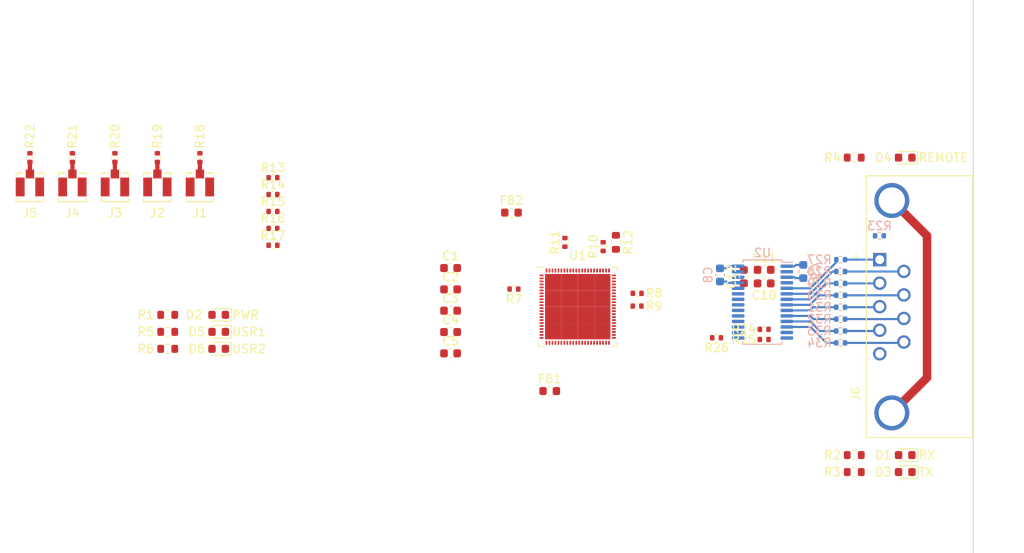
<source format=kicad_pcb>
(kicad_pcb (version 20240108) (generator "pcbnew") (generator_version "8.0")
  (layers (0 "F.Cu" signal) (31 "B.Cu" signal) (34 "B.Paste" user) (35 "F.Paste" user) (36 "B.SilkS" user "B.Silkscreen") (37 "F.SilkS" user "F.Silkscreen") (38 "B.Mask" user) (39 "F.Mask" user) (44 "Edge.Cuts" user))
  (net 0 "")
  (net 1 "+VCORE")
  (net 2 "GND")
  (net 3 "Net-(D1-A)")
  (net 4 "Net-(D2-A)")
  (net 5 "Net-(D3-A)")
  (net 6 "Net-(D4-A)")
  (net 7 "Net-(D5-A)")
  (net 8 "Net-(D6-A)")
  (net 15 "Net-(U1-VDD18A_AUD)")
  (net 16 "+1V8")
  (net 17 "Net-(U1-VDDIO_SD1)")
  (net 18 "+3V3")
  (net 19 "Net-(U1-VDD18A_USB_PHY_ETH)")
  (net 20 "Net-(U1-VDD18A_MIPI)")
  (net 21 "Net-(FB1-Pad1)")
  (net 23 "+1V35")
  (net 31 "Net-(FB2-Pad1)")
  (net 46 "+3V3_SW")
  (net 48 "Net-(U1-GPIO_RTX__EPHY_RTX)")
  (net 49 "Net-(U1-VDDIO_RTC)")
  (net 50 "Net-(U1-GPIO_ZQ__PAD_ZQ)")
  (net 51 "Net-(U1-PTEST)")
  (net 52 "Net-(U1-VDDIO_SD0_EMMC)")
  (net 53 "Net-(U1-PWR_RSTN)")
  (net 54 "Net-(U1-PAD_AUD_AVREF)")
  (net 59 "Net-(U1-VDDC_RTC)")
  (net 80 "Net-(J1-In)")
  (net 99 "Net-(J2-In)")
  (net 100 "Net-(J3-In)")
  (net 101 "Net-(J4-In)")
  (net 102 "Net-(J5-In)")
  (net 103 "Net-(U2-C1-)")
  (net 104 "Net-(U2-C1+)")
  (net 105 "Net-(U2-C2-)")
  (net 106 "Net-(U2-C2+)")
  (net 107 "Net-(U2-V-)")
  (net 108 "Net-(U2-V+)")
  (net 109 "Net-(J6-PAD)")
  (net 110 "/Serial/DE9_DCD")
  (net 111 "/Serial/DE9_RXD")
  (net 112 "/Serial/DE9_TXD")
  (net 113 "/Serial/DE9_DTR")
  (net 114 "/Serial/DE9_DSR")
  (net 115 "/Serial/DE9_RTS")
  (net 116 "/Serial/DE9_CTS")
  (net 117 "/Serial/DE9_RI")
  (net 118 "Net-(U2-N_EN)")
  (net 119 "Net-(U2-N_SHDN)")
  (net 120 "Net-(U2-MBAUD)")
  (net 121 "Net-(U2-DOUT1)")
  (net 122 "Net-(U2-DOUT2)")
  (net 123 "Net-(U2-DOUT3)")
  (net 124 "Net-(U2-RIN1)")
  (net 125 "Net-(U2-RIN2)")
  (net 126 "Net-(U2-DOUT4)")
  (net 127 "Net-(U2-RIN3)")
  (net 128 "Net-(U2-DOUT5)")
  (footprint "Resistor_SMD:R_0402_1005Metric" (layer "F.Cu") (at 79 69.5 -90)
    (property "Reference" "R20" (at -2.5 0 90) (layer "F.SilkS"))
    (property "Value" "0")
    (pad "1" smd roundrect (at -0.51 0 270) (size 0.54 0.64) (layers "F.Cu" "F.Paste" "F.Mask") (net 16 "+1V8"))
    (pad "2" smd roundrect (at 0.51 0 270) (size 0.54 0.64) (layers "F.Cu" "F.Paste" "F.Mask") (net 100 "Net-(J3-In)"))
  )
  (footprint "Resistor_SMD:R_0603_1608Metric" (layer "F.Cu") (at 166 69.5)
    (property "Reference" "R4" (at -1.5 0 0) (layer "F.SilkS") (effects (justify right)))
    (property "Value" "330")
    (pad "1" smd roundrect (at -0.825 0) (size 0.8 0.95) (layers "F.Cu" "F.Paste" "F.Mask"))
    (pad "2" smd roundrect (at 0.825 0) (size 0.8 0.95) (layers "F.Cu" "F.Paste" "F.Mask") (net 6 "Net-(D4-A)"))
  )
  (footprint "Capacitor_SMD:C_0603_1608Metric" (layer "F.Cu") (at 153 83.5 90)
    (property "Reference" "C12" (at 0 -1.43 90) (layer "F.SilkS"))
    (property "Value" "100n")
    (pad "1" smd roundrect (at -0.775 0 90) (size 0.9 0.95) (layers "F.Cu" "F.Paste" "F.Mask") (net 46 "+3V3_SW"))
    (pad "2" smd roundrect (at 0.775 0 90) (size 0.9 0.95) (layers "F.Cu" "F.Paste" "F.Mask") (net 2 "GND"))
  )
  (footprint "Footprints:TE_CONN_2337019-1" (layer "F.Cu") (at 79 73)
    (property "Reference" "J3" (at 0 3 0) (layer "F.SilkS"))
    (property "Value" "1v8")
    (pad "1" smd rect (at 0 -1.5744) (size 0.9906 1.0414) (layers "F.Cu" "F.Paste" "F.Mask") (net 100 "Net-(J3-In)"))
    (pad "2" smd rect (at -1.147501 -0.049399) (size 1.0414 2.2098) (layers "F.Cu" "F.Paste" "F.Mask") (net 2 "GND"))
    (pad "3" smd rect (at 1.147501 -0.049399) (size 1.0414 2.2098) (layers "F.Cu" "F.Paste" "F.Mask"))
  )
  (footprint "Resistor_SMD:R_0402_1005Metric" (layer "F.Cu") (at 74 69.5 -90)
    (property "Reference" "R21" (at -2.5 0 90) (layer "F.SilkS"))
    (property "Value" "0")
    (pad "1" smd roundrect (at -0.51 0 270) (size 0.54 0.64) (layers "F.Cu" "F.Paste" "F.Mask") (net 23 "+1V35"))
    (pad "2" smd roundrect (at 0.51 0 270) (size 0.54 0.64) (layers "F.Cu" "F.Paste" "F.Mask") (net 101 "Net-(J4-In)"))
  )
  (footprint "Capacitor_SMD:C_0603_1608Metric" (layer "F.Cu") (at 155.4 84.3)
    (property "Reference" "C10" (at 0 1.4 0) (layer "F.SilkS"))
    (property "Value" "1u")
    (pad "1" smd roundrect (at -0.775 0) (size 0.9 0.95) (layers "F.Cu" "F.Paste" "F.Mask") (net 2 "GND"))
    (pad "2" smd roundrect (at 0.775 0) (size 0.9 0.95) (layers "F.Cu" "F.Paste" "F.Mask") (net 107 "Net-(U2-V-)"))
  )
  (footprint "Capacitor_SMD:C_0603_1608Metric" (layer "F.Cu") (at 155.4 82.7)
    (property "Reference" "C11" (at 0 -1.43 0) (layer "F.SilkS"))
    (property "Value" "1u")
    (pad "1" smd roundrect (at -0.775 0) (size 0.9 0.95) (layers "F.Cu" "F.Paste" "F.Mask") (net 2 "GND"))
    (pad "2" smd roundrect (at 0.775 0) (size 0.9 0.95) (layers "F.Cu" "F.Paste" "F.Mask") (net 108 "Net-(U2-V+)"))
  )
  (footprint "Footprints:TE_CONN_2337019-1" (layer "F.Cu") (at 84 73)
    (property "Reference" "J2" (at 0 3 0) (layer "F.SilkS"))
    (property "Value" "3v3_SW")
    (pad "1" smd rect (at 0 -1.5744) (size 0.9906 1.0414) (layers "F.Cu" "F.Paste" "F.Mask") (net 99 "Net-(J2-In)"))
    (pad "2" smd rect (at -1.147501 -0.049399) (size 1.0414 2.2098) (layers "F.Cu" "F.Paste" "F.Mask") (net 2 "GND"))
    (pad "3" smd rect (at 1.147501 -0.049399) (size 1.0414 2.2098) (layers "F.Cu" "F.Paste" "F.Mask"))
  )
  (footprint "Resistor_SMD:R_0402_1005Metric" (layer "F.Cu") (at 97.598899 79.813995)
    (property "Reference" "R17" (at 0 -1.17 0) (layer "F.SilkS"))
    (property "Value" "0")
    (pad "1" smd roundrect (at -0.51 0) (size 0.54 0.64) (layers "F.Cu" "F.Paste" "F.Mask") (net 53 "Net-(U1-PWR_RSTN)"))
    (pad "2" smd roundrect (at 0.51 0) (size 0.54 0.64) (layers "F.Cu" "F.Paste" "F.Mask") (net 16 "+1V8"))
  )
  (footprint "Footprints:TE_CONN_2337019-1" (layer "F.Cu") (at 89 73)
    (property "Reference" "J1" (at 0 3 0) (layer "F.SilkS"))
    (property "Value" "3v3")
    (pad "1" smd rect (at 0 -1.5744) (size 0.9906 1.0414) (layers "F.Cu" "F.Paste" "F.Mask") (net 80 "Net-(J1-In)"))
    (pad "2" smd rect (at -1.147501 -0.049399) (size 1.0414 2.2098) (layers "F.Cu" "F.Paste" "F.Mask") (net 2 "GND"))
    (pad "3" smd rect (at 1.147501 -0.049399) (size 1.0414 2.2098) (layers "F.Cu" "F.Paste" "F.Mask"))
  )
  (footprint "Footprints:SG2002_QFN-88" (layer "F.Cu") (at 133.4625 87.0375)
    (property "Reference" "U1" (at 0 -6 0) (layer "F.SilkS"))
    (property "Value" "SG2002")
    (pad "1" smd oval (at -4.25 -3.675 90) (size 0.21 0.5) (layers "F.Cu" "F.Paste" "F.Mask") (net 2 "GND"))
    (pad "2" smd oval (at -4.25 -3.325 90) (size 0.21 0.5) (layers "F.Cu" "F.Paste" "F.Mask"))
    (pad "3" smd oval (at -4.25 -2.975 90) (size 0.21 0.5) (layers "F.Cu" "F.Paste" "F.Mask") (net 54 "Net-(U1-PAD_AUD_AVREF)"))
    (pad "4" smd oval (at -4.25 -2.625 90) (size 0.21 0.5) (layers "F.Cu" "F.Paste" "F.Mask"))
    (pad "5" smd oval (at -4.25 -2.275 90) (size 0.21 0.5) (layers "F.Cu" "F.Paste" "F.Mask") (net 15 "Net-(U1-VDD18A_AUD)"))
    (pad "6" smd oval (at -4.25 -1.925 90) (size 0.21 0.5) (layers "F.Cu" "F.Paste" "F.Mask"))
    (pad "7" smd oval (at -4.25 -1.575 90) (size 0.21 0.5) (layers "F.Cu" "F.Paste" "F.Mask"))
    (pad "8" smd oval (at -4.25 -1.225 90) (size 0.21 0.5) (layers "F.Cu" "F.Paste" "F.Mask"))
    (pad "9" smd oval (at -4.25 -0.875 90) (size 0.21 0.5) (layers "F.Cu" "F.Paste" "F.Mask") (net 31 "Net-(FB2-Pad1)"))
    (pad "10" smd oval (at -4.25 -0.525 90) (size 0.21 0.5) (layers "F.Cu" "F.Paste" "F.Mask"))
    (pad "11" smd oval (at -4.25 -0.175 90) (size 0.21 0.5) (layers "F.Cu" "F.Paste" "F.Mask"))
    (pad "12" smd oval (at -4.25 0.175 90) (size 0.21 0.5) (layers "F.Cu" "F.Paste" "F.Mask"))
    (pad "13" smd oval (at -4.25 0.525 90) (size 0.21 0.5) (layers "F.Cu" "F.Paste" "F.Mask") (net 52 "Net-(U1-VDDIO_SD0_EMMC)"))
    (pad "14" smd oval (at -4.25 0.875 90) (size 0.21 0.5) (layers "F.Cu" "F.Paste" "F.Mask"))
    (pad "15" smd oval (at -4.25 1.225 90) (size 0.21 0.5) (layers "F.Cu" "F.Paste" "F.Mask"))
    (pad "16" smd oval (at -4.25 1.575 90) (size 0.21 0.5) (layers "F.Cu" "F.Paste" "F.Mask") (net 31 "Net-(FB2-Pad1)"))
    (pad "17" smd oval (at -4.25 1.925 90) (size 0.21 0.5) (layers "F.Cu" "F.Paste" "F.Mask"))
    (pad "18" smd oval (at -4.25 2.275 90) (size 0.21 0.5) (layers "F.Cu" "F.Paste" "F.Mask"))
    (pad "19" smd oval (at -4.25 2.625 90) (size 0.21 0.5) (layers "F.Cu" "F.Paste" "F.Mask"))
    (pad "20" smd oval (at -4.25 2.975 90) (size 0.21 0.5) (layers "F.Cu" "F.Paste" "F.Mask"))
    (pad "21" smd oval (at -4.25 3.325 90) (size 0.21 0.5) (layers "F.Cu" "F.Paste" "F.Mask"))
    (pad "22" smd oval (at -4.25 3.675 90) (size 0.21 0.5) (layers "F.Cu" "F.Paste" "F.Mask"))
    (pad "23" smd oval (at -3.675 4.25) (size 0.21 0.5) (layers "F.Cu" "F.Paste" "F.Mask"))
    (pad "24" smd oval (at -3.325 4.25) (size 0.21 0.5) (layers "F.Cu" "F.Paste" "F.Mask"))
    (pad "25" smd oval (at -2.975 4.25) (size 0.21 0.5) (layers "F.Cu" "F.Paste" "F.Mask"))
    (pad "26" smd oval (at -2.625 4.25) (size 0.21 0.5) (layers "F.Cu" "F.Paste" "F.Mask"))
    (pad "27" smd oval (at -2.275 4.25) (size 0.21 0.5) (layers "F.Cu" "F.Paste" "F.Mask"))
    (pad "28" smd oval (at -1.925 4.25) (size 0.21 0.5) (layers "F.Cu" "F.Paste" "F.Mask"))
    (pad "29" smd oval (at -1.575 4.25) (size 0.21 0.5) (layers "F.Cu" "F.Paste" "F.Mask"))
    (pad "30" smd oval (at -1.225 4.25) (size 0.21 0.5) (layers "F.Cu" "F.Paste" "F.Mask"))
    (pad "31" smd oval (at -0.875 4.25) (size 0.21 0.5) (layers "F.Cu" "F.Paste" "F.Mask") (net 21 "Net-(FB1-Pad1)"))
    (pad "32" smd oval (at -0.525 4.25) (size 0.21 0.5) (layers "F.Cu" "F.Paste" "F.Mask") (net 21 "Net-(FB1-Pad1)"))
    (pad "33" smd oval (at -0.175 4.25) (size 0.21 0.5) (layers "F.Cu" "F.Paste" "F.Mask") (net 21 "Net-(FB1-Pad1)"))
    (pad "34" smd oval (at 0.175 4.25) (size 0.21 0.5) (layers "F.Cu" "F.Paste" "F.Mask") (net 21 "Net-(FB1-Pad1)"))
    (pad "35" smd oval (at 0.525 4.25) (size 0.21 0.5) (layers "F.Cu" "F.Paste" "F.Mask") (net 50 "Net-(U1-GPIO_ZQ__PAD_ZQ)"))
    (pad "36" smd oval (at 0.875 4.25) (size 0.21 0.5) (layers "F.Cu" "F.Paste" "F.Mask") (net 49 "Net-(U1-VDDIO_RTC)"))
    (pad "37" smd oval (at 1.225 4.25) (size 0.21 0.5) (layers "F.Cu" "F.Paste" "F.Mask") (net 59 "Net-(U1-VDDC_RTC)"))
    (pad "38" smd oval (at 1.575 4.25) (size 0.21 0.5) (layers "F.Cu" "F.Paste" "F.Mask"))
    (pad "39" smd oval (at 1.925 4.25) (size 0.21 0.5) (layers "F.Cu" "F.Paste" "F.Mask") (net 53 "Net-(U1-PWR_RSTN)"))
    (pad "40" smd oval (at 2.275 4.25) (size 0.21 0.5) (layers "F.Cu" "F.Paste" "F.Mask"))
    (pad "41" smd oval (at 2.625 4.25) (size 0.21 0.5) (layers "F.Cu" "F.Paste" "F.Mask"))
    (pad "42" smd oval (at 2.975 4.25) (size 0.21 0.5) (layers "F.Cu" "F.Paste" "F.Mask") (net 51 "Net-(U1-PTEST)"))
    (pad "43" smd oval (at 3.325 4.25) (size 0.21 0.5) (layers "F.Cu" "F.Paste" "F.Mask"))
    (pad "44" smd oval (at 3.675 4.25) (size 0.21 0.5) (layers "F.Cu" "F.Paste" "F.Mask"))
    (pad "45" smd oval (at 4.25 3.675 90) (size 0.21 0.5) (layers "F.Cu" "F.Paste" "F.Mask"))
    (pad "46" smd oval (at 4.25 3.325 90) (size 0.21 0.5) (layers "F.Cu" "F.Paste" "F.Mask"))
    (pad "47" smd oval (at 4.25 2.975 90) (size 0.21 0.5) (layers "F.Cu" "F.Paste" "F.Mask"))
    (pad "48" smd oval (at 4.25 2.625 90) (size 0.21 0.5) (layers "F.Cu" "F.Paste" "F.Mask"))
    (pad "49" smd oval (at 4.25 2.275 90) (size 0.21 0.5) (layers "F.Cu" "F.Paste" "F.Mask"))
    (pad "50" smd oval (at 4.25 1.925 90) (size 0.21 0.5) (layers "F.Cu" "F.Paste" "F.Mask") (net 31 "Net-(FB2-Pad1)"))
    (pad "51" smd oval (at 4.25 1.575 90) (size 0.21 0.5) (layers "F.Cu" "F.Paste" "F.Mask"))
    (pad "52" smd oval (at 4.25 1.225 90) (size 0.21 0.5) (layers "F.Cu" "F.Paste" "F.Mask"))
    (pad "53" smd oval (at 4.25 0.875 90) (size 0.21 0.5) (layers "F.Cu" "F.Paste" "F.Mask"))
    (pad "54" smd oval (at 4.25 0.525 90) (size 0.21 0.5) (layers "F.Cu" "F.Paste" "F.Mask"))
    (pad "55" smd oval (at 4.25 0.175 90) (size 0.21 0.5) (layers "F.Cu" "F.Paste" "F.Mask"))
    (pad "56" smd oval (at 4.25 -0.175 90) (size 0.21 0.5) (layers "F.Cu" "F.Paste" "F.Mask"))
    (pad "57" smd oval (at 4.25 -0.525 90) (size 0.21 0.5) (layers "F.Cu" "F.Paste" "F.Mask") (net 17 "Net-(U1-VDDIO_SD1)"))
    (pad "58" smd oval (at 4.25 -0.875 90) (size 0.21 0.5) (layers "F.Cu" "F.Paste" "F.Mask"))
    (pad "59" smd oval (at 4.25 -1.225 90) (size 0.21 0.5) (layers "F.Cu" "F.Paste" "F.Mask"))
    (pad "60" smd oval (at 4.25 -1.575 90) (size 0.21 0.5) (layers "F.Cu" "F.Paste" "F.Mask"))
    (pad "61" smd oval (at 4.25 -1.925 90) (size 0.21 0.5) (layers "F.Cu" "F.Paste" "F.Mask") (net 31 "Net-(FB2-Pad1)"))
    (pad "62" smd oval (at 4.25 -2.275 90) (size 0.21 0.5) (layers "F.Cu" "F.Paste" "F.Mask"))
    (pad "63" smd oval (at 4.25 -2.625 90) (size 0.21 0.5) (layers "F.Cu" "F.Paste" "F.Mask"))
    (pad "64" smd oval (at 4.25 -2.975 90) (size 0.21 0.5) (layers "F.Cu" "F.Paste" "F.Mask"))
    (pad "65" smd oval (at 4.25 -3.325 90) (size 0.21 0.5) (layers "F.Cu" "F.Paste" "F.Mask"))
    (pad "66" smd oval (at 4.25 -3.675 90) (size 0.21 0.5) (layers "F.Cu" "F.Paste" "F.Mask") (net 46 "+3V3_SW"))
    (pad "67" smd oval (at 3.675 -4.25) (size 0.21 0.5) (layers "F.Cu" "F.Paste" "F.Mask") (net 48 "Net-(U1-GPIO_RTX__EPHY_RTX)"))
    (pad "68" smd oval (at 3.325 -4.25) (size 0.21 0.5) (layers "F.Cu" "F.Paste" "F.Mask") (net 19 "Net-(U1-VDD18A_USB_PHY_ETH)"))
    (pad "69" smd oval (at 2.975 -4.25) (size 0.21 0.5) (layers "F.Cu" "F.Paste" "F.Mask"))
    (pad "70" smd oval (at 2.625 -4.25) (size 0.21 0.5) (layers "F.Cu" "F.Paste" "F.Mask"))
    (pad "71" smd oval (at 2.275 -4.25) (size 0.21 0.5) (layers "F.Cu" "F.Paste" "F.Mask") (net 31 "Net-(FB2-Pad1)"))
    (pad "72" smd oval (at 1.925 -4.25) (size 0.21 0.5) (layers "F.Cu" "F.Paste" "F.Mask"))
    (pad "73" smd oval (at 1.575 -4.25) (size 0.21 0.5) (layers "F.Cu" "F.Paste" "F.Mask"))
    (pad "74" smd oval (at 1.225 -4.25) (size 0.21 0.5) (layers "F.Cu" "F.Paste" "F.Mask"))
    (pad "75" smd oval (at 0.875 -4.25) (size 0.21 0.5) (layers "F.Cu" "F.Paste" "F.Mask"))
    (pad "76" smd oval (at 0.525 -4.25) (size 0.21 0.5) (layers "F.Cu" "F.Paste" "F.Mask"))
    (pad "77" smd oval (at 0.175 -4.25) (size 0.21 0.5) (layers "F.Cu" "F.Paste" "F.Mask"))
    (pad "78" smd oval (at -0.175 -4.25) (size 0.21 0.5) (layers "F.Cu" "F.Paste" "F.Mask"))
    (pad "79" smd oval (at -0.525 -4.25) (size 0.21 0.5) (layers "F.Cu" "F.Paste" "F.Mask"))
    (pad "80" smd oval (at -0.875 -4.25) (size 0.21 0.5) (layers "F.Cu" "F.Paste" "F.Mask"))
    (pad "81" smd oval (at -1.225 -4.25) (size 0.21 0.5) (layers "F.Cu" "F.Paste" "F.Mask"))
    (pad "82" smd oval (at -1.575 -4.25) (size 0.21 0.5) (layers "F.Cu" "F.Paste" "F.Mask") (net 20 "Net-(U1-VDD18A_MIPI)"))
    (pad "83" smd oval (at -1.925 -4.25) (size 0.21 0.5) (layers "F.Cu" "F.Paste" "F.Mask"))
    (pad "84" smd oval (at -2.275 -4.25) (size 0.21 0.5) (layers "F.Cu" "F.Paste" "F.Mask"))
    (pad "85" smd oval (at -2.625 -4.25) (size 0.21 0.5) (layers "F.Cu" "F.Paste" "F.Mask"))
    (pad "86" smd oval (at -2.975 -4.25) (size 0.21 0.5) (layers "F.Cu" "F.Paste" "F.Mask"))
    (pad "87" smd oval (at -3.325 -4.25) (size 0.21 0.5) (layers "F.Cu" "F.Paste" "F.Mask"))
    (pad "88" smd oval (at -3.675 -4.25) (size 0.21 0.5) (layers "F.Cu" "F.Paste" "F.Mask"))
    (pad "89" smd rect (at -2.8875 -2.8875) (size 1.925 1.925) (layers "F.Cu" "F.Paste" "F.Mask") (net 2 "GND"))
    (pad "89" smd rect (at -2.8875 -0.9625) (size 1.925 1.925) (layers "F.Cu" "F.Paste" "F.Mask") (net 2 "GND"))
    (pad "89" smd rect (at -2.8875 0.9625) (size 1.925 1.925) (layers "F.Cu" "F.Paste" "F.Mask") (net 2 "GND"))
    (pad "89" smd rect (at -2.8875 2.8875) (size 1.925 1.925) (layers "F.Cu" "F.Paste" "F.Mask") (net 2 "GND"))
    (pad "89" smd rect (at -0.9625 -2.8875) (size 1.925 1.925) (layers "F.Cu" "F.Paste" "F.Mask") (net 2 "GND"))
    (pad "89" smd rect (at -0.9625 -0.9625) (size 1.925 1.925) (layers "F.Cu" "F.Paste" "F.Mask") (net 2 "GND"))
    (pad "89" smd rect (at -0.9625 0.9625) (size 1.925 1.925) (layers "F.Cu" "F.Paste" "F.Mask") (net 2 "GND"))
    (pad "89" smd rect (at -0.9625 2.8875) (size 1.925 1.925) (layers "F.Cu" "F.Paste" "F.Mask") (net 2 "GND"))
    (pad "89" smd rect (at 0.9625 -2.8875) (size 1.925 1.925) (layers "F.Cu" "F.Paste" "F.Mask") (net 2 "GND"))
    (pad "89" smd rect (at 0.9625 -0.9625) (size 1.925 1.925) (layers "F.Cu" "F.Paste" "F.Mask") (net 2 "GND"))
    (pad "89" smd rect (at 0.9625 0.9625) (size 1.925 1.925) (layers "F.Cu" "F.Paste" "F.Mask") (net 2 "GND"))
    (pad "89" smd rect (at 0.9625 2.8875) (size 1.925 1.925) (layers "F.Cu" "F.Paste" "F.Mask") (net 2 "GND"))
    (pad "89" smd rect (at 2.8875 -2.8875) (size 1.925 1.925) (layers "F.Cu" "F.Paste" "F.Mask") (net 2 "GND"))
    (pad "89" smd rect (at 2.8875 -0.9625) (size 1.925 1.925) (layers "F.Cu" "F.Paste" "F.Mask") (net 2 "GND"))
    (pad "89" smd rect (at 2.8875 0.9625) (size 1.925 1.925) (layers "F.Cu" "F.Paste" "F.Mask") (net 2 "GND"))
    (pad "89" smd rect (at 2.8875 2.8875) (size 1.925 1.925) (layers "F.Cu" "F.Paste" "F.Mask") (net 2 "GND"))
  )
  (footprint "Footprints:TE_CONN_2337019-1" (layer "F.Cu") (at 69 73)
    (property "Reference" "J5" (at 0 3 0) (layer "F.SilkS"))
    (property "Value" "VCORE")
    (pad "1" smd rect (at 0 -1.5744) (size 0.9906 1.0414) (layers "F.Cu" "F.Paste" "F.Mask") (net 102 "Net-(J5-In)"))
    (pad "2" smd rect (at -1.147501 -0.049399) (size 1.0414 2.2098) (layers "F.Cu" "F.Paste" "F.Mask") (net 2 "GND"))
    (pad "3" smd rect (at 1.147501 -0.049399) (size 1.0414 2.2098) (layers "F.Cu" "F.Paste" "F.Mask"))
  )
  (footprint "Resistor_SMD:R_0603_1608Metric" (layer "F.Cu") (at 166 104.5)
    (property "Reference" "R2" (at -1.5 0 0) (layer "F.SilkS") (effects (justify right)))
    (property "Value" "330")
    (pad "1" smd roundrect (at -0.825 0) (size 0.8 0.95) (layers "F.Cu" "F.Paste" "F.Mask"))
    (pad "2" smd roundrect (at 0.825 0) (size 0.8 0.95) (layers "F.Cu" "F.Paste" "F.Mask") (net 3 "Net-(D1-A)"))
  )
  (footprint "Footprints:TE_CONN_2337019-1" (layer "F.Cu") (at 74 73)
    (property "Reference" "J4" (at 0 3 0) (layer "F.SilkS"))
    (property "Value" "1v35")
    (pad "1" smd rect (at 0 -1.5744) (size 0.9906 1.0414) (layers "F.Cu" "F.Paste" "F.Mask") (net 101 "Net-(J4-In)"))
    (pad "2" smd rect (at -1.147501 -0.049399) (size 1.0414 2.2098) (layers "F.Cu" "F.Paste" "F.Mask") (net 2 "GND"))
    (pad "3" smd rect (at 1.147501 -0.049399) (size 1.0414 2.2098) (layers "F.Cu" "F.Paste" "F.Mask"))
  )
  (footprint "LED_SMD:LED_0603_1608Metric" (layer "F.Cu") (at 91.2125 88 180)
    (property "Reference" "D2" (at 1.825 0 0) (layer "F.SilkS") (effects (justify right)))
    (property "Value" "PWR" (at -1.485 0 0) (layer "F.SilkS") (effects (justify left)))
    (pad "1" smd roundrect (at -0.7875 0 180) (size 0.875 0.95) (layers "F.Cu" "F.Paste" "F.Mask") (net 2 "GND"))
    (pad "2" smd roundrect (at 0.7875 0 180) (size 0.875 0.95) (layers "F.Cu" "F.Paste" "F.Mask") (net 4 "Net-(D2-A)"))
  )
  (footprint "Resistor_SMD:R_0402_1005Metric" (layer "F.Cu") (at 97.598899 75.833995)
    (property "Reference" "R15" (at 0 -1.17 0) (layer "F.SilkS"))
    (property "Value" "0")
    (pad "1" smd roundrect (at -0.51 0) (size 0.54 0.64) (layers "F.Cu" "F.Paste" "F.Mask") (net 51 "Net-(U1-PTEST)"))
    (pad "2" smd roundrect (at 0.51 0) (size 0.54 0.64) (layers "F.Cu" "F.Paste" "F.Mask") (net 2 "GND"))
  )
  (footprint "Resistor_SMD:R_0402_1005Metric" (layer "F.Cu") (at 84 69.5 -90)
    (property "Reference" "R19" (at -2.5 0 90) (layer "F.SilkS"))
    (property "Value" "0")
    (pad "1" smd roundrect (at -0.51 0 270) (size 0.54 0.64) (layers "F.Cu" "F.Paste" "F.Mask") (net 46 "+3V3_SW"))
    (pad "2" smd roundrect (at 0.51 0 270) (size 0.54 0.64) (layers "F.Cu" "F.Paste" "F.Mask") (net 99 "Net-(J2-In)"))
  )
  (footprint "Resistor_SMD:R_0402_1005Metric" (layer "F.Cu") (at 125.9525 84.9675 180)
    (property "Reference" "R7" (at 0 -1.17 0) (layer "F.SilkS"))
    (property "Value" "0")
    (pad "1" smd roundrect (at -0.51 0 180) (size 0.54 0.64) (layers "F.Cu" "F.Paste" "F.Mask") (net 15 "Net-(U1-VDD18A_AUD)"))
    (pad "2" smd roundrect (at 0.51 0 180) (size 0.54 0.64) (layers "F.Cu" "F.Paste" "F.Mask") (net 16 "+1V8"))
  )
  (footprint "Resistor_SMD:R_0402_1005Metric" (layer "F.Cu") (at 97.598899 71.853995)
    (property "Reference" "R13" (at 0 -1.17 0) (layer "F.SilkS"))
    (property "Value" "0")
    (pad "1" smd roundrect (at -0.51 0) (size 0.54 0.64) (layers "F.Cu" "F.Paste" "F.Mask") (net 49 "Net-(U1-VDDIO_RTC)"))
    (pad "2" smd roundrect (at 0.51 0) (size 0.54 0.64) (layers "F.Cu" "F.Paste" "F.Mask") (net 16 "+1V8"))
  )
  (footprint "Resistor_SMD:R_0402_1005Metric" (layer "F.Cu") (at 140.4525 85.4675)
    (property "Reference" "R8" (at 2 0 0) (layer "F.SilkS"))
    (property "Value" "0")
    (pad "1" smd roundrect (at -0.51 0) (size 0.54 0.64) (layers "F.Cu" "F.Paste" "F.Mask") (net 17 "Net-(U1-VDDIO_SD1)"))
    (pad "2" smd roundrect (at 0.51 0) (size 0.54 0.64) (layers "F.Cu" "F.Paste" "F.Mask") (net 16 "+1V8"))
  )
  (footprint "Resistor_SMD:R_0603_1608Metric" (layer "F.Cu") (at 85.2125 90)
    (property "Reference" "R5" (at -1.5 0 0) (layer "F.SilkS") (effects (justify right)))
    (property "Value" "330")
    (pad "1" smd roundrect (at -0.825 0) (size 0.8 0.95) (layers "F.Cu" "F.Paste" "F.Mask"))
    (pad "2" smd roundrect (at 0.825 0) (size 0.8 0.95) (layers "F.Cu" "F.Paste" "F.Mask") (net 7 "Net-(D5-A)"))
  )
  (footprint "Resistor_SMD:R_0402_1005Metric" (layer "F.Cu") (at 69 69.5 -90)
    (property "Reference" "R22" (at -2.5 0 90) (layer "F.SilkS"))
    (property "Value" "0")
    (pad "1" smd roundrect (at -0.51 0 270) (size 0.54 0.64) (layers "F.Cu" "F.Paste" "F.Mask") (net 1 "+VCORE"))
    (pad "2" smd roundrect (at 0.51 0 270) (size 0.54 0.64) (layers "F.Cu" "F.Paste" "F.Mask") (net 102 "Net-(J5-In)"))
  )
  (footprint "LED_SMD:LED_0603_1608Metric" (layer "F.Cu") (at 91.2125 90 180)
    (property "Reference" "D5" (at 1.5 0 0) (layer "F.SilkS") (effects (justify right)))
    (property "Value" "USR1" (at -1.485 0 0) (layer "F.SilkS") (effects (justify left)))
    (pad "1" smd roundrect (at -0.7875 0 180) (size 0.875 0.95) (layers "F.Cu" "F.Paste" "F.Mask") (net 2 "GND"))
    (pad "2" smd roundrect (at 0.7875 0 180) (size 0.875 0.95) (layers "F.Cu" "F.Paste" "F.Mask") (net 7 "Net-(D5-A)"))
  )
  (footprint "Capacitor_SMD:C_0603_1608Metric" (layer "F.Cu") (at 118.5 87.51)
    (property "Reference" "C3" (at 0 -1.43 0) (layer "F.SilkS"))
    (property "Value" "TBD")
    (pad "1" smd roundrect (at -0.775 0) (size 0.9 0.95) (layers "F.Cu" "F.Paste" "F.Mask") (net 1 "+VCORE"))
    (pad "2" smd roundrect (at 0.775 0) (size 0.9 0.95) (layers "F.Cu" "F.Paste" "F.Mask") (net 2 "GND"))
  )
  (footprint "Resistor_SMD:R_0402_1005Metric" (layer "F.Cu") (at 155.4 90.9 180)
    (property "Reference" "R25" (at 2.4 0 0) (layer "F.SilkS"))
    (property "Value" "TBD")
    (pad "1" smd roundrect (at -0.51 0 180) (size 0.54 0.64) (layers "F.Cu" "F.Paste" "F.Mask") (net 119 "Net-(U2-N_SHDN)"))
    (pad "2" smd roundrect (at 0.51 0 180) (size 0.54 0.64) (layers "F.Cu" "F.Paste" "F.Mask") (net 2 "GND"))
  )
  (footprint "LED_SMD:LED_0603_1608Metric" (layer "F.Cu") (at 172 106.5 180)
    (property "Reference" "D3" (at 1.5 0 0) (layer "F.SilkS") (effects (justify right)))
    (property "Value" "TX" (at -1.485 0 0) (layer "F.SilkS") (effects (justify left)))
    (pad "1" smd roundrect (at -0.7875 0 180) (size 0.875 0.95) (layers "F.Cu" "F.Paste" "F.Mask") (net 2 "GND"))
    (pad "2" smd roundrect (at 0.7875 0 180) (size 0.875 0.95) (layers "F.Cu" "F.Paste" "F.Mask") (net 5 "Net-(D3-A)"))
  )
  (footprint "Resistor_SMD:R_0603_1608Metric" (layer "F.Cu") (at 85.2125 88)
    (property "Reference" "R1" (at -1.5 0 0) (layer "F.SilkS") (effects (justify right)))
    (property "Value" "330")
    (pad "1" smd roundrect (at -0.825 0) (size 0.8 0.95) (layers "F.Cu" "F.Paste" "F.Mask"))
    (pad "2" smd roundrect (at 0.825 0) (size 0.8 0.95) (layers "F.Cu" "F.Paste" "F.Mask") (net 4 "Net-(D2-A)"))
  )
  (footprint "Capacitor_SMD:C_0603_1608Metric" (layer "F.Cu") (at 118.5 82.49)
    (property "Reference" "C1" (at 0 -1.43 0) (layer "F.SilkS"))
    (property "Value" "TBD")
    (pad "1" smd roundrect (at -0.775 0) (size 0.9 0.95) (layers "F.Cu" "F.Paste" "F.Mask") (net 1 "+VCORE"))
    (pad "2" smd roundrect (at 0.775 0) (size 0.9 0.95) (layers "F.Cu" "F.Paste" "F.Mask") (net 2 "GND"))
  )
  (footprint "Resistor_SMD:R_0402_1005Metric" (layer "F.Cu") (at 89 69.5 -90)
    (property "Reference" "R18" (at -2.5 0 90) (layer "F.SilkS"))
    (property "Value" "0")
    (pad "1" smd roundrect (at -0.51 0 270) (size 0.54 0.64) (layers "F.Cu" "F.Paste" "F.Mask") (net 18 "+3V3"))
    (pad "2" smd roundrect (at 0.51 0 270) (size 0.54 0.64) (layers "F.Cu" "F.Paste" "F.Mask") (net 80 "Net-(J1-In)"))
  )
  (footprint "Resistor_SMD:R_0402_1005Metric" (layer "F.Cu") (at 136.4525 79.9675 90)
    (property "Reference" "R10" (at 0 -1.17 90) (layer "F.SilkS"))
    (property "Value" "0")
    (pad "1" smd roundrect (at -0.51 0 90) (size 0.54 0.64) (layers "F.Cu" "F.Paste" "F.Mask") (net 19 "Net-(U1-VDD18A_USB_PHY_ETH)"))
    (pad "2" smd roundrect (at 0.51 0 90) (size 0.54 0.64) (layers "F.Cu" "F.Paste" "F.Mask") (net 16 "+1V8"))
  )
  (footprint "Footprints:ASSMANN_A-DF_09_A_KG-T2S" (layer "F.Cu") (at 170.42 87.04 90)
    (property "Reference" "J6" (at -10.26 -4.255 90) (layer "F.SilkS"))
    (property "Value" "ASSMANN A-DF 09 A/KG-T2S")
    (pad "0" thru_hole circle (at -12.495 0 90) (size 4.116 4.116) (drill 3.1) (layers "*.Cu" "*.Mask") (net 109 "Net-(J6-PAD)"))
    (pad "0" thru_hole circle (at 12.495 0 90) (size 4.116 4.116) (drill 3.1) (layers "*.Cu" "*.Mask") (net 109 "Net-(J6-PAD)"))
    (pad "1" thru_hole rect (at 5.54 -1.42 90) (size 1.575 1.575) (drill 1.05) (layers "*.Cu" "*.Mask") (net 110 "/Serial/DE9_DCD"))
    (pad "2" thru_hole circle (at 2.77 -1.42 90) (size 1.575 1.575) (drill 1.05) (layers "*.Cu" "*.Mask") (net 111 "/Serial/DE9_RXD"))
    (pad "3" thru_hole circle (at 0 -1.42 90) (size 1.575 1.575) (drill 1.05) (layers "*.Cu" "*.Mask") (net 112 "/Serial/DE9_TXD"))
    (pad "4" thru_hole circle (at -2.77 -1.42 90) (size 1.575 1.575) (drill 1.05) (layers "*.Cu" "*.Mask") (net 113 "/Serial/DE9_DTR"))
    (pad "5" thru_hole circle (at -5.54 -1.42 90) (size 1.575 1.575) (drill 1.05) (layers "*.Cu" "*.Mask") (net 2 "GND"))
    (pad "6" thru_hole circle (at 4.155 1.42 90) (size 1.575 1.575) (drill 1.05) (layers "*.Cu" "*.Mask") (net 114 "/Serial/DE9_DSR"))
    (pad "7" thru_hole circle (at 1.385 1.42 90) (size 1.575 1.575) (drill 1.05) (layers "*.Cu" "*.Mask") (net 115 "/Serial/DE9_RTS"))
    (pad "8" thru_hole circle (at -1.385 1.42 90) (size 1.575 1.575) (drill 1.05) (layers "*.Cu" "*.Mask") (net 116 "/Serial/DE9_CTS"))
    (pad "9" thru_hole circle (at -4.155 1.42 90) (size 1.575 1.575) (drill 1.05) (layers "*.Cu" "*.Mask") (net 117 "/Serial/DE9_RI"))
  )
  (footprint "Resistor_SMD:R_0402_1005Metric" (layer "F.Cu") (at 97.598899 77.823995)
    (property "Reference" "R16" (at 0 -1.17 0) (layer "F.SilkS"))
    (property "Value" "0")
    (pad "1" smd roundrect (at -0.51 0) (size 0.54 0.64) (layers "F.Cu" "F.Paste" "F.Mask") (net 52 "Net-(U1-VDDIO_SD0_EMMC)"))
    (pad "2" smd roundrect (at 0.51 0) (size 0.54 0.64) (layers "F.Cu" "F.Paste" "F.Mask") (net 46 "+3V3_SW"))
  )
  (footprint "Resistor_SMD:R_0402_1005Metric" (layer "F.Cu") (at 131.9525 79.4675 90)
    (property "Reference" "R11" (at 0 -1.17 90) (layer "F.SilkS"))
    (property "Value" "0")
    (pad "1" smd roundrect (at -0.51 0 90) (size 0.54 0.64) (layers "F.Cu" "F.Paste" "F.Mask") (net 20 "Net-(U1-VDD18A_MIPI)"))
    (pad "2" smd roundrect (at 0.51 0 90) (size 0.54 0.64) (layers "F.Cu" "F.Paste" "F.Mask") (net 16 "+1V8"))
  )
  (footprint "Resistor_SMD:R_0603_1608Metric" (layer "F.Cu") (at 85.2125 92)
    (property "Reference" "R6" (at -1.5 0 0) (layer "F.SilkS") (effects (justify right)))
    (property "Value" "330")
    (pad "1" smd roundrect (at -0.825 0) (size 0.8 0.95) (layers "F.Cu" "F.Paste" "F.Mask"))
    (pad "2" smd roundrect (at 0.825 0) (size 0.8 0.95) (layers "F.Cu" "F.Paste" "F.Mask") (net 8 "Net-(D6-A)"))
  )
  (footprint "LED_SMD:LED_0603_1608Metric" (layer "F.Cu") (at 172 69.5 180)
    (property "Reference" "D4" (at 1.5 0 0) (layer "F.SilkS") (effects (justify right)))
    (property "Value" "REMOTE" (at -1.485 0 0) (layer "F.SilkS") (effects (justify left)))
    (pad "1" smd roundrect (at -0.7875 0 180) (size 0.875 0.95) (layers "F.Cu" "F.Paste" "F.Mask") (net 2 "GND"))
    (pad "2" smd roundrect (at 0.7875 0 180) (size 0.875 0.95) (layers "F.Cu" "F.Paste" "F.Mask") (net 6 "Net-(D4-A)"))
  )
  (footprint "Resistor_SMD:R_0402_1005Metric" (layer "F.Cu") (at 149.8 90.7 180)
    (property "Reference" "R26" (at 0 -1.17 0) (layer "F.SilkS"))
    (property "Value" "TBD")
    (pad "1" smd roundrect (at -0.51 0 180) (size 0.54 0.64) (layers "F.Cu" "F.Paste" "F.Mask") (net 120 "Net-(U2-MBAUD)"))
    (pad "2" smd roundrect (at 0.51 0 180) (size 0.54 0.64) (layers "F.Cu" "F.Paste" "F.Mask") (net 2 "GND"))
  )
  (footprint "Resistor_SMD:R_0402_1005Metric" (layer "F.Cu") (at 155.4 89.7)
    (property "Reference" "R24" (at -2.4 0 0) (layer "F.SilkS"))
    (property "Value" "TBD")
    (pad "1" smd roundrect (at -0.51 0) (size 0.54 0.64) (layers "F.Cu" "F.Paste" "F.Mask") (net 46 "+3V3_SW"))
    (pad "2" smd roundrect (at 0.51 0) (size 0.54 0.64) (layers "F.Cu" "F.Paste" "F.Mask") (net 118 "Net-(U2-N_EN)"))
  )
  (footprint "Inductor_SMD:L_0603_1608Metric" (layer "F.Cu") (at 125.665 75.9675)
    (property "Reference" "FB2" (at 0 -1.43 0) (layer "F.SilkS"))
    (property "Value" "TBD")
    (pad "1" smd roundrect (at -0.7875 0) (size 0.875 0.95) (layers "F.Cu" "F.Paste" "F.Mask") (net 31 "Net-(FB2-Pad1)"))
    (pad "2" smd roundrect (at 0.7875 0) (size 0.875 0.95) (layers "F.Cu" "F.Paste" "F.Mask") (net 1 "+VCORE"))
  )
  (footprint "Inductor_SMD:L_0603_1608Metric" (layer "F.Cu") (at 130.165 96.9675)
    (property "Reference" "FB1" (at 0 -1.43 0) (layer "F.SilkS"))
    (property "Value" "TBD")
    (pad "1" smd roundrect (at -0.7875 0) (size 0.875 0.95) (layers "F.Cu" "F.Paste" "F.Mask") (net 21 "Net-(FB1-Pad1)"))
    (pad "2" smd roundrect (at 0.7875 0) (size 0.875 0.95) (layers "F.Cu" "F.Paste" "F.Mask") (net 23 "+1V35"))
  )
  (footprint "Resistor_SMD:R_0603_1608Metric" (layer "F.Cu") (at 166 106.5)
    (property "Reference" "R3" (at -1.5 0 0) (layer "F.SilkS") (effects (justify right)))
    (property "Value" "330")
    (pad "1" smd roundrect (at -0.825 0) (size 0.8 0.95) (layers "F.Cu" "F.Paste" "F.Mask"))
    (pad "2" smd roundrect (at 0.825 0) (size 0.8 0.95) (layers "F.Cu" "F.Paste" "F.Mask") (net 5 "Net-(D3-A)"))
  )
  (footprint "Capacitor_SMD:C_0603_1608Metric" (layer "F.Cu") (at 118.5 90.02)
    (property "Reference" "C4" (at 0 -1.43 0) (layer "F.SilkS"))
    (property "Value" "TBD")
    (pad "1" smd roundrect (at -0.775 0) (size 0.9 0.95) (layers "F.Cu" "F.Paste" "F.Mask") (net 1 "+VCORE"))
    (pad "2" smd roundrect (at 0.775 0) (size 0.9 0.95) (layers "F.Cu" "F.Paste" "F.Mask") (net 2 "GND"))
  )
  (footprint "Resistor_SMD:R_0603_1608Metric" (layer "F.Cu") (at 137.9525 79.4675 -90)
    (property "Reference" "R12" (at 0 -1.43 90) (layer "F.SilkS"))
    (property "Value" "4k7")
    (pad "1" smd roundrect (at -0.825 0 270) (size 0.8 0.95) (layers "F.Cu" "F.Paste" "F.Mask") (net 16 "+1V8"))
    (pad "2" smd roundrect (at 0.825 0 270) (size 0.8 0.95) (layers "F.Cu" "F.Paste" "F.Mask") (net 48 "Net-(U1-GPIO_RTX__EPHY_RTX)"))
  )
  (footprint "Resistor_SMD:R_0402_1005Metric" (layer "F.Cu") (at 140.4425 86.9675)
    (property "Reference" "R9" (at 2.01 0 0) (layer "F.SilkS"))
    (property "Value" "0")
    (pad "1" smd roundrect (at -0.51 0) (size 0.54 0.64) (layers "F.Cu" "F.Paste" "F.Mask") (net 17 "Net-(U1-VDDIO_SD1)"))
    (pad "2" smd roundrect (at 0.51 0) (size 0.54 0.64) (layers "F.Cu" "F.Paste" "F.Mask") (net 46 "+3V3_SW"))
  )
  (footprint "LED_SMD:LED_0603_1608Metric" (layer "F.Cu") (at 91.2125 92 180)
    (property "Reference" "D6" (at 1.5 0 0) (layer "F.SilkS") (effects (justify right)))
    (property "Value" "USR2" (at -1.485 0 0) (layer "F.SilkS") (effects (justify left)))
    (pad "1" smd roundrect (at -0.7875 0 180) (size 0.875 0.95) (layers "F.Cu" "F.Paste" "F.Mask") (net 2 "GND"))
    (pad "2" smd roundrect (at 0.7875 0 180) (size 0.875 0.95) (layers "F.Cu" "F.Paste" "F.Mask") (net 8 "Net-(D6-A)"))
  )
  (footprint "Resistor_SMD:R_0402_1005Metric" (layer "F.Cu") (at 97.598899 73.843995)
    (property "Reference" "R14" (at 0 -1.17 0) (layer "F.SilkS"))
    (property "Value" "0")
    (pad "1" smd roundrect (at -0.51 0) (size 0.54 0.64) (layers "F.Cu" "F.Paste" "F.Mask") (net 2 "GND"))
    (pad "2" smd roundrect (at 0.51 0) (size 0.54 0.64) (layers "F.Cu" "F.Paste" "F.Mask") (net 50 "Net-(U1-GPIO_ZQ__PAD_ZQ)"))
  )
  (footprint "Capacitor_SMD:C_0603_1608Metric" (layer "F.Cu") (at 118.5 85)
    (property "Reference" "C2" (at 0 -1.43 0) (layer "F.SilkS"))
    (property "Value" "TBD")
    (pad "1" smd roundrect (at -0.775 0) (size 0.9 0.95) (layers "F.Cu" "F.Paste" "F.Mask") (net 1 "+VCORE"))
    (pad "2" smd roundrect (at 0.775 0) (size 0.9 0.95) (layers "F.Cu" "F.Paste" "F.Mask") (net 2 "GND"))
  )
  (footprint "LED_SMD:LED_0603_1608Metric" (layer "F.Cu") (at 172 104.5 180)
    (property "Reference" "D1" (at 1.5 0 0) (layer "F.SilkS") (effects (justify right)))
    (property "Value" "RX" (at -1.485 0 0) (layer "F.SilkS") (effects (justify left)))
    (pad "1" smd roundrect (at -0.7875 0 180) (size 0.875 0.95) (layers "F.Cu" "F.Paste" "F.Mask") (net 2 "GND"))
    (pad "2" smd roundrect (at 0.7875 0 180) (size 0.875 0.95) (layers "F.Cu" "F.Paste" "F.Mask") (net 3 "Net-(D1-A)"))
  )
  (footprint "Capacitor_SMD:C_0603_1608Metric" (layer "F.Cu") (at 118.5 92.53)
    (property "Reference" "C5" (at 0 -1.43 0) (layer "F.SilkS"))
    (property "Value" "TBD")
    (pad "1" smd roundrect (at -0.775 0) (size 0.9 0.95) (layers "F.Cu" "F.Paste" "F.Mask") (net 1 "+VCORE"))
    (pad "2" smd roundrect (at 0.775 0) (size 0.9 0.95) (layers "F.Cu" "F.Paste" "F.Mask") (net 2 "GND"))
  )
  (footprint "Package_SO:TSSOP-28_4.4x9.7mm_P0.65mm" (layer "B.Cu") (at 155.2 86.5 180)
    (property "Reference" "U2" (at 0 5.8 0) (layer "B.SilkS") (effects (justify mirror)))
    (property "Value" "MAX3237EIPWR")
    (pad "1" smd roundrect (at -2.8625 4.225 180) (size 1.475 0.4) (layers "B.Cu" "B.Paste" "B.Mask") (net 106 "Net-(U2-C2+)"))
    (pad "2" smd roundrect (at -2.8625 3.575 180) (size 1.475 0.4) (layers "B.Cu" "B.Paste" "B.Mask") (net 2 "GND"))
    (pad "3" smd roundrect (at -2.8625 2.925 180) (size 1.475 0.4) (layers "B.Cu" "B.Paste" "B.Mask") (net 105 "Net-(U2-C2-)"))
    (pad "4" smd roundrect (at -2.8625 2.275 180) (size 1.475 0.4) (layers "B.Cu" "B.Paste" "B.Mask") (net 107 "Net-(U2-V-)"))
    (pad "5" smd roundrect (at -2.8625 1.625 180) (size 1.475 0.4) (layers "B.Cu" "B.Paste" "B.Mask") (net 121 "Net-(U2-DOUT1)"))
    (pad "6" smd roundrect (at -2.8625 0.975 180) (size 1.475 0.4) (layers "B.Cu" "B.Paste" "B.Mask") (net 122 "Net-(U2-DOUT2)"))
    (pad "7" smd roundrect (at -2.8625 0.325 180) (size 1.475 0.4) (layers "B.Cu" "B.Paste" "B.Mask") (net 123 "Net-(U2-DOUT3)"))
    (pad "8" smd roundrect (at -2.8625 -0.325 180) (size 1.475 0.4) (layers "B.Cu" "B.Paste" "B.Mask") (net 124 "Net-(U2-RIN1)"))
    (pad "9" smd roundrect (at -2.8625 -0.975 180) (size 1.475 0.4) (layers "B.Cu" "B.Paste" "B.Mask") (net 125 "Net-(U2-RIN2)"))
    (pad "10" smd roundrect (at -2.8625 -1.625 180) (size 1.475 0.4) (layers "B.Cu" "B.Paste" "B.Mask") (net 126 "Net-(U2-DOUT4)"))
    (pad "11" smd roundrect (at -2.8625 -2.275 180) (size 1.475 0.4) (layers "B.Cu" "B.Paste" "B.Mask") (net 127 "Net-(U2-RIN3)"))
    (pad "12" smd roundrect (at -2.8625 -2.925 180) (size 1.475 0.4) (layers "B.Cu" "B.Paste" "B.Mask") (net 128 "Net-(U2-DOUT5)"))
    (pad "13" smd roundrect (at -2.8625 -3.575 180) (size 1.475 0.4) (layers "B.Cu" "B.Paste" "B.Mask") (net 118 "Net-(U2-N_EN)"))
    (pad "14" smd roundrect (at -2.8625 -4.225 180) (size 1.475 0.4) (layers "B.Cu" "B.Paste" "B.Mask") (net 119 "Net-(U2-N_SHDN)"))
    (pad "15" smd roundrect (at 2.8625 -4.225 180) (size 1.475 0.4) (layers "B.Cu" "B.Paste" "B.Mask") (net 120 "Net-(U2-MBAUD)"))
    (pad "16" smd roundrect (at 2.8625 -3.575 180) (size 1.475 0.4) (layers "B.Cu" "B.Paste" "B.Mask"))
    (pad "17" smd roundrect (at 2.8625 -2.925 180) (size 1.475 0.4) (layers "B.Cu" "B.Paste" "B.Mask"))
    (pad "18" smd roundrect (at 2.8625 -2.275 180) (size 1.475 0.4) (layers "B.Cu" "B.Paste" "B.Mask"))
    (pad "19" smd roundrect (at 2.8625 -1.625 180) (size 1.475 0.4) (layers "B.Cu" "B.Paste" "B.Mask"))
    (pad "20" smd roundrect (at 2.8625 -0.975 180) (size 1.475 0.4) (layers "B.Cu" "B.Paste" "B.Mask"))
    (pad "21" smd roundrect (at 2.8625 -0.325 180) (size 1.475 0.4) (layers "B.Cu" "B.Paste" "B.Mask"))
    (pad "22" smd roundrect (at 2.8625 0.325 180) (size 1.475 0.4) (layers "B.Cu" "B.Paste" "B.Mask"))
    (pad "23" smd roundrect (at 2.8625 0.975 180) (size 1.475 0.4) (layers "B.Cu" "B.Paste" "B.Mask"))
    (pad "24" smd roundrect (at 2.8625 1.625 180) (size 1.475 0.4) (layers "B.Cu" "B.Paste" "B.Mask"))
    (pad "25" smd roundrect (at 2.8625 2.275 180) (size 1.475 0.4) (layers "B.Cu" "B.Paste" "B.Mask") (net 103 "Net-(U2-C1-)"))
    (pad "26" smd roundrect (at 2.8625 2.925 180) (size 1.475 0.4) (layers "B.Cu" "B.Paste" "B.Mask") (net 46 "+3V3_SW"))
    (pad "27" smd roundrect (at 2.8625 3.575 180) (size 1.475 0.4) (layers "B.Cu" "B.Paste" "B.Mask") (net 108 "Net-(U2-V+)"))
    (pad "28" smd roundrect (at 2.8625 4.225 180) (size 1.475 0.4) (layers "B.Cu" "B.Paste" "B.Mask") (net 104 "Net-(U2-C1+)"))
  )
  (footprint "Resistor_SMD:R_0402_1005Metric" (layer "B.Cu") (at 168.965 78.7 180)
    (property "Reference" "R23" (at 0 1.17 0) (layer "B.SilkS") (effects (justify mirror)))
    (property "Value" "0")
    (pad "1" smd roundrect (at -0.51 0 180) (size 0.54 0.64) (layers "B.Cu" "B.Paste" "B.Mask") (net 109 "Net-(J6-PAD)"))
    (pad "2" smd roundrect (at 0.51 0 180) (size 0.54 0.64) (layers "B.Cu" "B.Paste" "B.Mask") (net 2 "GND"))
  )
  (footprint "Resistor_SMD:R_0402_1005Metric" (layer "B.Cu") (at 164.4 91.3)
    (property "Reference" "R34" (at -2.5 0 0) (layer "B.SilkS") (effects (justify mirror)))
    (property "Value" "0")
    (pad "1" smd roundrect (at -0.51 0) (size 0.54 0.64) (layers "B.Cu" "B.Paste" "B.Mask") (net 128 "Net-(U2-DOUT5)"))
    (pad "2" smd roundrect (at 0.51 0) (size 0.54 0.64) (layers "B.Cu" "B.Paste" "B.Mask") (net 117 "/Serial/DE9_RI"))
  )
  (footprint "Capacitor_SMD:C_0603_1608Metric" (layer "B.Cu") (at 150.2 83.3 90)
    (property "Reference" "C8" (at 0 -1.4 90) (layer "B.SilkS") (effects (justify mirror)))
    (property "Value" "220n")
    (pad "1" smd roundrect (at -0.775 0 90) (size 0.9 0.95) (layers "B.Cu" "B.Paste" "B.Mask") (net 103 "Net-(U2-C1-)"))
    (pad "2" smd roundrect (at 0.775 0 90) (size 0.9 0.95) (layers "B.Cu" "B.Paste" "B.Mask") (net 104 "Net-(U2-C1+)"))
  )
  (footprint "Resistor_SMD:R_0402_1005Metric" (layer "B.Cu") (at 164.4 87.1)
    (property "Reference" "R31" (at -2.5 0 0) (layer "B.SilkS") (effects (justify mirror)))
    (property "Value" "0")
    (pad "1" smd roundrect (at -0.51 0) (size 0.54 0.64) (layers "B.Cu" "B.Paste" "B.Mask") (net 125 "Net-(U2-RIN2)"))
    (pad "2" smd roundrect (at 0.51 0) (size 0.54 0.64) (layers "B.Cu" "B.Paste" "B.Mask") (net 112 "/Serial/DE9_TXD"))
  )
  (footprint "Resistor_SMD:R_0402_1005Metric" (layer "B.Cu") (at 164.4 88.5)
    (property "Reference" "R32" (at -2.51 0 0) (layer "B.SilkS") (effects (justify mirror)))
    (property "Value" "0")
    (pad "1" smd roundrect (at -0.51 0) (size 0.54 0.64) (layers "B.Cu" "B.Paste" "B.Mask") (net 126 "Net-(U2-DOUT4)"))
    (pad "2" smd roundrect (at 0.51 0) (size 0.54 0.64) (layers "B.Cu" "B.Paste" "B.Mask") (net 116 "/Serial/DE9_CTS"))
  )
  (footprint "Capacitor_SMD:C_0603_1608Metric" (layer "B.Cu") (at 160 82.9 90)
    (property "Reference" "C9" (at 0 1.43 90) (layer "B.SilkS") (effects (justify mirror)))
    (property "Value" "1u")
    (pad "1" smd roundrect (at -0.775 0 90) (size 0.9 0.95) (layers "B.Cu" "B.Paste" "B.Mask") (net 105 "Net-(U2-C2-)"))
    (pad "2" smd roundrect (at 0.775 0 90) (size 0.9 0.95) (layers "B.Cu" "B.Paste" "B.Mask") (net 106 "Net-(U2-C2+)"))
  )
  (footprint "Resistor_SMD:R_0402_1005Metric" (layer "B.Cu") (at 164.4 84.3)
    (property "Reference" "R29" (at -2.5 0 0) (layer "B.SilkS") (effects (justify mirror)))
    (property "Value" "0")
    (pad "1" smd roundrect (at -0.51 0) (size 0.54 0.64) (layers "B.Cu" "B.Paste" "B.Mask") (net 123 "Net-(U2-DOUT3)"))
    (pad "2" smd roundrect (at 0.51 0) (size 0.54 0.64) (layers "B.Cu" "B.Paste" "B.Mask") (net 111 "/Serial/DE9_RXD"))
  )
  (footprint "Resistor_SMD:R_0402_1005Metric" (layer "B.Cu") (at 164.4 85.7)
    (property "Reference" "R30" (at -2.5 0 0) (layer "B.SilkS") (effects (justify mirror)))
    (property "Value" "0")
    (pad "1" smd roundrect (at -0.51 0) (size 0.54 0.64) (layers "B.Cu" "B.Paste" "B.Mask") (net 124 "Net-(U2-RIN1)"))
    (pad "2" smd roundrect (at 0.51 0) (size 0.54 0.64) (layers "B.Cu" "B.Paste" "B.Mask") (net 115 "/Serial/DE9_RTS"))
  )
  (footprint "Resistor_SMD:R_0402_1005Metric" (layer "B.Cu") (at 164.4 89.9)
    (property "Reference" "R33" (at -2.51 0 0) (layer "B.SilkS") (effects (justify mirror)))
    (property "Value" "0")
    (pad "1" smd roundrect (at -0.51 0) (size 0.54 0.64) (layers "B.Cu" "B.Paste" "B.Mask") (net 127 "Net-(U2-RIN3)"))
    (pad "2" smd roundrect (at 0.51 0) (size 0.54 0.64) (layers "B.Cu" "B.Paste" "B.Mask") (net 113 "/Serial/DE9_DTR"))
  )
  (footprint "Resistor_SMD:R_0402_1005Metric" (layer "B.Cu") (at 164.4 81.5)
    (property "Reference" "R27" (at -2.5 0 0) (layer "B.SilkS") (effects (justify mirror)))
    (property "Value" "0")
    (pad "1" smd roundrect (at -0.51 0) (size 0.54 0.64) (layers "B.Cu" "B.Paste" "B.Mask") (net 121 "Net-(U2-DOUT1)"))
    (pad "2" smd roundrect (at 0.51 0) (size 0.54 0.64) (layers "B.Cu" "B.Paste" "B.Mask") (net 110 "/Serial/DE9_DCD"))
  )
  (footprint "Resistor_SMD:R_0402_1005Metric" (layer "B.Cu") (at 164.4 82.9)
    (property "Reference" "R28" (at -2.5 0 0) (layer "B.SilkS") (effects (justify mirror)))
    (property "Value" "0")
    (pad "1" smd roundrect (at -0.51 0) (size 0.54 0.64) (layers "B.Cu" "B.Paste" "B.Mask") (net 122 "Net-(U2-DOUT2)"))
    (pad "2" smd roundrect (at 0.51 0) (size 0.54 0.64) (layers "B.Cu" "B.Paste" "B.Mask") (net 114 "/Serial/DE9_DSR"))
  )
  (gr_line (start 180 116) (end 180 51) (stroke (width 0.1)) (layer "Edge.Cuts"))
  (segment (start 89 70.01) (end 89 71.4256) (width 0.5) (layer "F.Cu") (net 80))
  (segment (start 84 70.01) (end 84 71.4256) (width 0.5) (layer "F.Cu") (net 99))
  (segment (start 79 70.01) (end 79 71.4256) (width 0.5) (layer "F.Cu") (net 100))
  (segment (start 74 70.01) (end 74 71.4256) (width 0.5) (layer "F.Cu") (net 101))
  (segment (start 69 70.01) (end 69 71.4256) (width 0.5) (layer "F.Cu") (net 102))
  (segment (start 150.94 84.075) (end 151.09 84.225) (width 0.25) (layer "B.Cu") (net 103))
  (segment (start 150.2 84.075) (end 150.94 84.075) (width 0.25) (layer "B.Cu") (net 103))
  (segment (start 151.09 84.225) (end 152.3375 84.225) (width 0.25) (layer "B.Cu") (net 103))
  (segment (start 150.2 82.525) (end 150.94 82.525) (width 0.25) (layer "B.Cu") (net 104))
  (segment (start 150.94 82.525) (end 151.19 82.275) (width 0.25) (layer "B.Cu") (net 104))
  (segment (start 151.19 82.275) (end 152.3375 82.275) (width 0.25) (layer "B.Cu") (net 104))
  (segment (start 159.065 83.675) (end 158.965 83.575) (width 0.25) (layer "B.Cu") (net 105))
  (segment (start 158.965 83.575) (end 158.0625 83.575) (width 0.25) (layer "B.Cu") (net 105))
  (segment (start 160 83.675) (end 159.065 83.675) (width 0.25) (layer "B.Cu") (net 105))
  (segment (start 160 82.125) (end 159.14 82.125) (width 0.25) (layer "B.Cu") (net 106))
  (segment (start 158.0875 82.3) (end 158.0625 82.275) (width 0.25) (layer "B.Cu") (net 106))
  (segment (start 159.14 82.125) (end 158.965 82.3) (width 0.25) (layer "B.Cu") (net 106))
  (segment (start 158.965 82.3) (end 158.0875 82.3) (width 0.25) (layer "B.Cu") (net 106))
  (segment (start 174.565 95.39) (end 170.42 99.535) (width 1) (layer "F.Cu") (net 109))
  (segment (start 174.565 78.69) (end 174.565 95.39) (width 1) (layer "F.Cu") (net 109))
  (segment (start 170.42 74.545) (end 174.565 78.69) (width 1) (layer "F.Cu") (net 109))
  (segment (start 164.91 81.5) (end 169 81.5) (width 0.25) (layer "B.Cu") (net 110))
  (segment (start 168.97 84.3) (end 169 84.27) (width 0.25) (layer "B.Cu") (net 111))
  (segment (start 164.91 84.3) (end 168.97 84.3) (width 0.25) (layer "B.Cu") (net 111))
  (segment (start 168.94 87.1) (end 169 87.04) (width 0.25) (layer "B.Cu") (net 112))
  (segment (start 164.91 87.1) (end 168.94 87.1) (width 0.25) (layer "B.Cu") (net 112))
  (segment (start 168.91 89.9) (end 169 89.81) (width 0.25) (layer "B.Cu") (net 113))
  (segment (start 164.91 89.9) (end 168.91 89.9) (width 0.25) (layer "B.Cu") (net 113))
  (segment (start 164.91 82.9) (end 171.825 82.9) (width 0.25) (layer "B.Cu") (net 114))
  (segment (start 171.825 82.9) (end 171.84 82.885) (width 0.25) (layer "B.Cu") (net 114))
  (segment (start 164.91 85.7) (end 171.795 85.7) (width 0.25) (layer "B.Cu") (net 115))
  (segment (start 171.795 85.7) (end 171.84 85.655) (width 0.25) (layer "B.Cu") (net 115))
  (segment (start 164.91 88.5) (end 171.765 88.5) (width 0.25) (layer "B.Cu") (net 116))
  (segment (start 171.765 88.5) (end 171.84 88.425) (width 0.25) (layer "B.Cu") (net 116))
  (segment (start 164.91 91.3) (end 171.735 91.3) (width 0.25) (layer "B.Cu") (net 117))
  (segment (start 171.735 91.3) (end 171.84 91.195) (width 0.25) (layer "B.Cu") (net 117))
  (segment (start 163.89 81.81) (end 163.89 81.5) (width 0.25) (layer "B.Cu") (net 121))
  (segment (start 158.0625 84.875) (end 160.825 84.875) (width 0.25) (layer "B.Cu") (net 121))
  (segment (start 160.825 84.875) (end 163.89 81.81) (width 0.25) (layer "B.Cu") (net 121))
  (segment (start 158.0625 85.525) (end 160.811396 85.525) (width 0.25) (layer "B.Cu") (net 122))
  (segment (start 163.436396 82.9) (end 163.89 82.9) (width 0.25) (layer "B.Cu") (net 122))
  (segment (start 160.811396 85.525) (end 163.436396 82.9) (width 0.25) (layer "B.Cu") (net 122))
  (segment (start 162.672792 84.3) (end 163.89 84.3) (width 0.25) (layer "B.Cu") (net 123))
  (segment (start 160.797792 86.175) (end 162.672792 84.3) (width 0.25) (layer "B.Cu") (net 123))
  (segment (start 158.0625 86.175) (end 160.797792 86.175) (width 0.25) (layer "B.Cu") (net 123))
  (segment (start 161.909188 85.7) (end 163.89 85.7) (width 0.25) (layer "B.Cu") (net 124))
  (segment (start 160.784188 86.825) (end 161.909188 85.7) (width 0.25) (layer "B.Cu") (net 124))
  (segment (start 158.0625 86.825) (end 160.784188 86.825) (width 0.25) (layer "B.Cu") (net 124))
  (segment (start 158.0625 87.475) (end 160.770584 87.475) (width 0.25) (layer "B.Cu") (net 125))
  (segment (start 161.145584 87.1) (end 163.89 87.1) (width 0.25) (layer "B.Cu") (net 125))
  (segment (start 160.770584 87.475) (end 161.145584 87.1) (width 0.25) (layer "B.Cu") (net 125))
  (segment (start 161.2 88.5) (end 163.89 88.5) (width 0.25) (layer "B.Cu") (net 126))
  (segment (start 158.0625 88.125) (end 160.825 88.125) (width 0.25) (layer "B.Cu") (net 126))
  (segment (start 160.825 88.125) (end 161.2 88.5) (width 0.25) (layer "B.Cu") (net 126))
  (segment (start 161.963604 89.9) (end 163.89 89.9) (width 0.25) (layer "B.Cu") (net 127))
  (segment (start 160.838604 88.775) (end 161.963604 89.9) (width 0.25) (layer "B.Cu") (net 127))
  (segment (start 158.0625 88.775) (end 160.838604 88.775) (width 0.25) (layer "B.Cu") (net 127))
  (segment (start 162.727208 91.3) (end 163.89 91.3) (width 0.25) (layer "B.Cu") (net 128))
  (segment (start 158.0625 89.425) (end 160.852208 89.425) (width 0.25) (layer "B.Cu") (net 128))
  (segment (start 160.852208 89.425) (end 162.727208 91.3) (width 0.25) (layer "B.Cu") (net 128))
)
</source>
